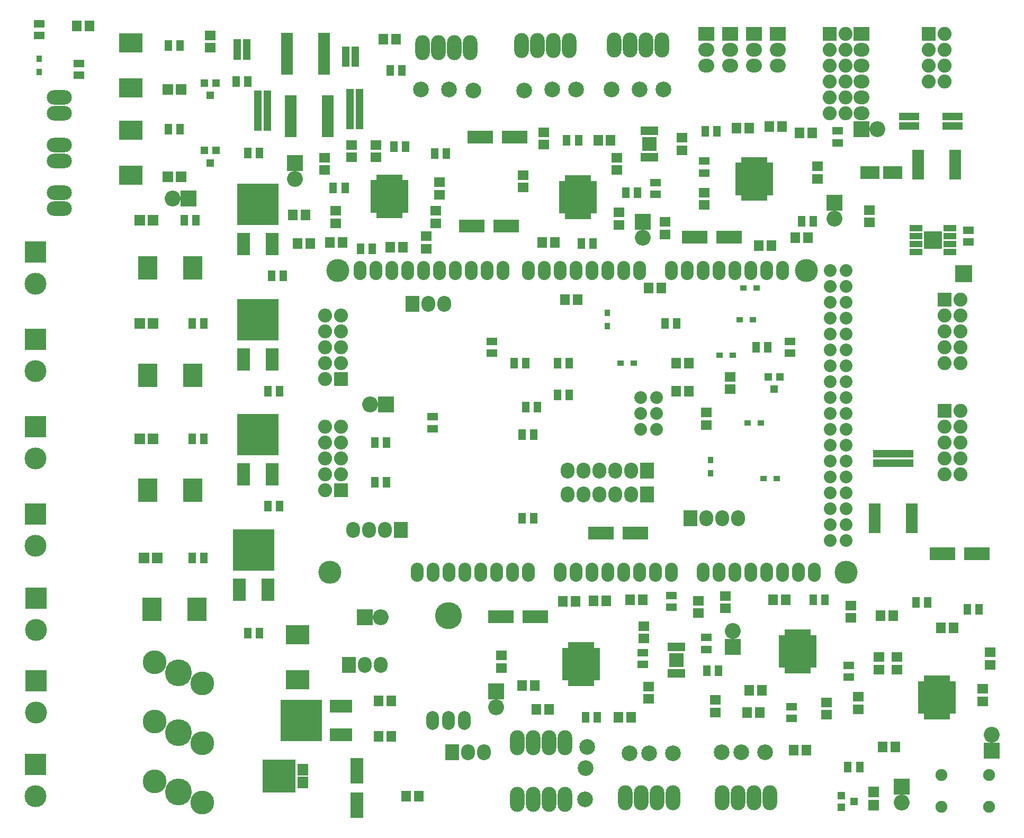
<source format=gts>
G04 #@! TF.FileFunction,Soldermask,Top*
%FSLAX46Y46*%
G04 Gerber Fmt 4.6, Leading zero omitted, Abs format (unit mm)*
G04 Created by KiCad (PCBNEW 4.0.1-stable) date Friday, April 08, 2016 'AMt' 02:22:46 AM*
%MOMM*%
G01*
G04 APERTURE LIST*
%ADD10C,0.020000*%
%ADD11R,1.508000X1.758000*%
%ADD12R,2.108200X4.107180*%
%ADD13R,1.758000X1.508000*%
%ADD14R,4.107180X2.108200*%
%ADD15R,3.108960X2.108200*%
%ADD16R,1.706880X1.706880*%
%ADD17R,1.778000X1.908000*%
%ADD18R,5.308000X5.228000*%
%ADD19R,3.708000X3.108000*%
%ADD20R,0.958000X1.098000*%
%ADD21R,3.108000X3.708000*%
%ADD22R,1.098000X0.958000*%
%ADD23C,3.810000*%
%ADD24C,4.292600*%
%ADD25R,2.235200X2.540000*%
%ADD26O,2.235200X2.540000*%
%ADD27R,2.540000X2.540000*%
%ADD28O,2.540000X2.540000*%
%ADD29R,2.235200X2.235200*%
%ADD30O,2.235200X2.235200*%
%ADD31R,2.743200X2.743200*%
%ADD32O,4.008120X2.308860*%
%ADD33O,2.308860X4.008120*%
%ADD34R,2.540000X2.235200*%
%ADD35O,2.540000X2.235200*%
%ADD36R,1.308100X1.308100*%
%ADD37R,2.159000X3.556000*%
%ADD38R,6.604000X6.604000*%
%ADD39R,1.208000X1.808000*%
%ADD40R,1.808000X1.208000*%
%ADD41R,1.270000X0.939800*%
%ADD42R,0.939800X1.270000*%
%ADD43O,2.032000X3.048000*%
%ADD44C,3.683000*%
%ADD45C,2.032000*%
%ADD46C,1.905000*%
%ADD47O,2.009140X3.007360*%
%ADD48C,4.307840*%
%ADD49R,3.556000X2.159000*%
%ADD50R,1.958000X0.958000*%
%ADD51R,1.208000X0.758000*%
%ADD52R,0.758000X1.208000*%
%ADD53R,1.408000X1.658000*%
%ADD54R,0.928000X1.398000*%
%ADD55R,1.448000X1.348000*%
%ADD56R,2.058000X1.108000*%
%ADD57R,1.683000X1.683000*%
%ADD58C,2.506980*%
%ADD59R,3.507740X3.507740*%
%ADD60C,3.507740*%
G04 APERTURE END LIST*
D10*
D11*
X127270000Y-149479000D03*
X129270000Y-149479000D03*
X122825000Y-134239000D03*
X124825000Y-134239000D03*
D12*
X119380000Y-145458180D03*
X119380000Y-150959820D03*
D11*
X122825000Y-139954000D03*
X124825000Y-139954000D03*
D13*
X95885000Y-29829000D03*
X95885000Y-27829000D03*
D11*
X76565000Y-26289000D03*
X74565000Y-26289000D03*
D13*
X161290000Y-58150000D03*
X161290000Y-56150000D03*
X132588000Y-51324000D03*
X132588000Y-53324000D03*
X193040000Y-48784000D03*
X193040000Y-50784000D03*
X171323000Y-46212000D03*
X171323000Y-44212000D03*
X149225000Y-45323000D03*
X149225000Y-43323000D03*
D14*
X143212820Y-58293000D03*
X137711180Y-58293000D03*
D13*
X168656000Y-57674000D03*
X168656000Y-59674000D03*
D11*
X150987000Y-60960000D03*
X148987000Y-60960000D03*
D14*
X178899820Y-60071000D03*
X173398180Y-60071000D03*
D11*
X191500000Y-60198000D03*
X189500000Y-60198000D03*
D13*
X122428000Y-47355000D03*
X122428000Y-45355000D03*
X145923000Y-52181000D03*
X145923000Y-50181000D03*
D11*
X180102000Y-42672000D03*
X182102000Y-42672000D03*
D13*
X174879000Y-54975000D03*
X174879000Y-52975000D03*
D11*
X159940000Y-44640500D03*
X157940000Y-44640500D03*
D13*
X130429000Y-61960000D03*
X130429000Y-59960000D03*
D11*
X187309000Y-42418000D03*
X185309000Y-42418000D03*
X183658000Y-61468000D03*
X185658000Y-61468000D03*
D13*
X131953000Y-57896000D03*
X131953000Y-55896000D03*
X114173000Y-49387000D03*
X114173000Y-47387000D03*
X160909000Y-49387000D03*
X160909000Y-47387000D03*
D11*
X111871000Y-61087000D03*
X109871000Y-61087000D03*
D14*
X139108180Y-44069000D03*
X144609820Y-44069000D03*
D11*
X126730000Y-61722000D03*
X124730000Y-61722000D03*
D13*
X118491000Y-47355000D03*
X118491000Y-45355000D03*
X115951000Y-57896000D03*
X115951000Y-55896000D03*
D11*
X109109000Y-56515000D03*
X111109000Y-56515000D03*
X117078000Y-60960000D03*
X115078000Y-60960000D03*
X148098000Y-135636000D03*
X150098000Y-135636000D03*
X192135000Y-43434000D03*
X190135000Y-43434000D03*
D13*
X201295000Y-57769000D03*
X201295000Y-55769000D03*
D11*
X154670000Y-70104000D03*
X152670000Y-70104000D03*
D13*
X179070000Y-82439000D03*
X179070000Y-84439000D03*
D11*
X170450000Y-80264000D03*
X172450000Y-80264000D03*
D13*
X175260000Y-90154000D03*
X175260000Y-88154000D03*
D11*
X170450000Y-84709000D03*
X172450000Y-84709000D03*
X154289000Y-118364000D03*
X152289000Y-118364000D03*
X166005000Y-68199000D03*
X168005000Y-68199000D03*
D15*
X205000860Y-49784000D03*
X201399140Y-49784000D03*
D13*
X176657000Y-134128000D03*
X176657000Y-136128000D03*
X194437000Y-134509000D03*
X194437000Y-136509000D03*
D14*
X163913820Y-107442000D03*
X158412180Y-107442000D03*
D13*
X178308000Y-119491000D03*
X178308000Y-117491000D03*
D11*
X145812000Y-131826000D03*
X147812000Y-131826000D03*
X161179000Y-136906000D03*
X163179000Y-136906000D03*
D13*
X165989000Y-131969000D03*
X165989000Y-133969000D03*
D14*
X142410180Y-120777000D03*
X147911820Y-120777000D03*
D13*
X199517000Y-135620000D03*
X199517000Y-133620000D03*
X198374000Y-119015000D03*
X198374000Y-121015000D03*
D11*
X184134000Y-132588000D03*
X182134000Y-132588000D03*
X187944000Y-118110000D03*
X185944000Y-118110000D03*
X183753000Y-136144000D03*
X181753000Y-136144000D03*
D13*
X165227000Y-122317000D03*
X165227000Y-124317000D03*
D11*
X165084000Y-118110000D03*
X163084000Y-118110000D03*
X157242000Y-118237000D03*
X159242000Y-118237000D03*
X203470000Y-141605000D03*
X205470000Y-141605000D03*
X125587000Y-28448000D03*
X123587000Y-28448000D03*
D13*
X173990000Y-120253000D03*
X173990000Y-118253000D03*
X219456000Y-132350000D03*
X219456000Y-134350000D03*
D14*
X213022180Y-110744000D03*
X218523820Y-110744000D03*
D11*
X203089000Y-120650000D03*
X205089000Y-120650000D03*
D13*
X205740000Y-129270000D03*
X205740000Y-127270000D03*
X220599000Y-126508000D03*
X220599000Y-128508000D03*
X202819000Y-129270000D03*
X202819000Y-127270000D03*
D11*
X214741000Y-122555000D03*
X212741000Y-122555000D03*
X191246000Y-142113000D03*
X189246000Y-142113000D03*
D13*
X142494000Y-129016000D03*
X142494000Y-127016000D03*
D16*
X201994000Y-150973020D03*
X201994000Y-148874980D03*
D17*
X110715000Y-145264000D03*
D18*
X106910000Y-146304000D03*
D17*
X110715000Y-147344000D03*
D19*
X109855000Y-123654000D03*
X109855000Y-130854000D03*
D20*
X68580000Y-31584000D03*
X68580000Y-33694000D03*
D16*
X85310980Y-111379000D03*
X87409020Y-111379000D03*
X84675980Y-92329000D03*
X86774020Y-92329000D03*
D21*
X93135000Y-100584000D03*
X85935000Y-100584000D03*
X93770000Y-119634000D03*
X86570000Y-119634000D03*
D16*
X84675980Y-57404000D03*
X86774020Y-57404000D03*
X84675980Y-73914000D03*
X86774020Y-73914000D03*
D21*
X93135000Y-82169000D03*
X85935000Y-82169000D03*
X93135000Y-65024000D03*
X85935000Y-65024000D03*
D16*
X89120980Y-50419000D03*
X91219020Y-50419000D03*
X89120980Y-36449000D03*
X91219020Y-36449000D03*
D19*
X83185000Y-43009000D03*
X83185000Y-50209000D03*
X83185000Y-29039000D03*
X83185000Y-36239000D03*
D22*
X180555000Y-73279000D03*
X182665000Y-73279000D03*
D20*
X159385000Y-74334000D03*
X159385000Y-72224000D03*
D22*
X181190000Y-68199000D03*
X183300000Y-68199000D03*
X183935000Y-89789000D03*
X181825000Y-89789000D03*
X184365000Y-98679000D03*
X186475000Y-98679000D03*
D20*
X175895000Y-97829000D03*
X175895000Y-95719000D03*
D22*
X177380000Y-78994000D03*
X179490000Y-78994000D03*
X163615000Y-80264000D03*
X161505000Y-80264000D03*
D23*
X86995000Y-128066800D03*
X94615000Y-131521200D03*
D24*
X90805000Y-129794000D03*
D23*
X86995000Y-137591800D03*
X94615000Y-141046200D03*
D24*
X90805000Y-139319000D03*
D23*
X86995000Y-147116800D03*
X94615000Y-150571200D03*
D24*
X90805000Y-148844000D03*
D25*
X128270000Y-70739000D03*
D26*
X130810000Y-70739000D03*
X133350000Y-70739000D03*
D25*
X134620000Y-142494000D03*
D26*
X137160000Y-142494000D03*
X139700000Y-142494000D03*
D25*
X118110000Y-128524000D03*
D26*
X120650000Y-128524000D03*
X123190000Y-128524000D03*
D27*
X120650000Y-120904000D03*
D28*
X123190000Y-120904000D03*
D27*
X200025000Y-42799000D03*
D28*
X202565000Y-42799000D03*
D27*
X165100000Y-57658000D03*
D28*
X165100000Y-60198000D03*
D27*
X206438000Y-148018000D03*
D28*
X206438000Y-150558000D03*
D29*
X116840000Y-82804000D03*
D30*
X114300000Y-82804000D03*
X116840000Y-80264000D03*
X114300000Y-80264000D03*
X116840000Y-77724000D03*
X114300000Y-77724000D03*
X116840000Y-75184000D03*
X114300000Y-75184000D03*
X116840000Y-72644000D03*
X114300000Y-72644000D03*
D31*
X216408000Y-65913000D03*
D32*
X71755000Y-37719000D03*
X71755000Y-40259000D03*
D33*
X153289000Y-29464000D03*
X150749000Y-29464000D03*
X148209000Y-29464000D03*
X145669000Y-29464000D03*
X168084000Y-29400500D03*
X165544000Y-29400500D03*
X163004000Y-29400500D03*
X160464000Y-29400500D03*
X137478000Y-29781500D03*
X134938000Y-29781500D03*
X132398000Y-29781500D03*
X129858000Y-29781500D03*
D25*
X165735000Y-97409000D03*
D26*
X163195000Y-97409000D03*
X160655000Y-97409000D03*
X158115000Y-97409000D03*
X155575000Y-97409000D03*
X153035000Y-97409000D03*
D25*
X165735000Y-101219000D03*
D26*
X163195000Y-101219000D03*
X160655000Y-101219000D03*
X158115000Y-101219000D03*
X155575000Y-101219000D03*
X153035000Y-101219000D03*
D25*
X172720000Y-105029000D03*
D26*
X175260000Y-105029000D03*
X177800000Y-105029000D03*
X180340000Y-105029000D03*
D25*
X126365000Y-106934000D03*
D26*
X123825000Y-106934000D03*
X121285000Y-106934000D03*
X118745000Y-106934000D03*
D29*
X213360000Y-70104000D03*
D30*
X215900000Y-70104000D03*
X213360000Y-72644000D03*
X215900000Y-72644000D03*
X213360000Y-75184000D03*
X215900000Y-75184000D03*
X213360000Y-77724000D03*
X215900000Y-77724000D03*
X213360000Y-80264000D03*
X215900000Y-80264000D03*
D29*
X213360000Y-87884000D03*
D30*
X215900000Y-87884000D03*
X213360000Y-90424000D03*
X215900000Y-90424000D03*
X213360000Y-92964000D03*
X215900000Y-92964000D03*
X213360000Y-95504000D03*
X215900000Y-95504000D03*
X213360000Y-98044000D03*
X215900000Y-98044000D03*
D34*
X200025000Y-27559000D03*
D35*
X200025000Y-30099000D03*
X200025000Y-32639000D03*
X200025000Y-35179000D03*
X200025000Y-37719000D03*
X200025000Y-40259000D03*
D29*
X194945000Y-27559000D03*
D30*
X197485000Y-27559000D03*
X194945000Y-30099000D03*
X197485000Y-30099000D03*
X194945000Y-32639000D03*
X197485000Y-32639000D03*
X194945000Y-35179000D03*
X197485000Y-35179000D03*
X194945000Y-37719000D03*
X197485000Y-37719000D03*
X194945000Y-40259000D03*
X197485000Y-40259000D03*
D32*
X71755000Y-52959000D03*
X71755000Y-55499000D03*
X71755000Y-45339000D03*
X71755000Y-47879000D03*
D29*
X210820000Y-27559000D03*
D30*
X213360000Y-27559000D03*
X210820000Y-30099000D03*
X213360000Y-30099000D03*
X210820000Y-32639000D03*
X213360000Y-32639000D03*
X210820000Y-35179000D03*
X213360000Y-35179000D03*
D33*
X162306000Y-149733000D03*
X164846000Y-149733000D03*
X167386000Y-149733000D03*
X169926000Y-149733000D03*
X145034000Y-140970000D03*
X147574000Y-140970000D03*
X150114000Y-140970000D03*
X152654000Y-140970000D03*
X177800000Y-149733000D03*
X180340000Y-149733000D03*
X182880000Y-149733000D03*
X185420000Y-149733000D03*
X145034000Y-149987000D03*
X147574000Y-149987000D03*
X150114000Y-149987000D03*
X152654000Y-149987000D03*
D29*
X116840000Y-100584000D03*
D30*
X114300000Y-100584000D03*
X116840000Y-98044000D03*
X114300000Y-98044000D03*
X116840000Y-95504000D03*
X114300000Y-95504000D03*
X116840000Y-92964000D03*
X114300000Y-92964000D03*
X116840000Y-90424000D03*
X114300000Y-90424000D03*
D27*
X195707000Y-54610000D03*
D28*
X195707000Y-57150000D03*
D27*
X109474000Y-48260000D03*
D28*
X109474000Y-50800000D03*
D27*
X179451000Y-125603000D03*
D28*
X179451000Y-123063000D03*
D27*
X141605000Y-132715000D03*
D28*
X141605000Y-135255000D03*
D27*
X220853000Y-142240000D03*
D28*
X220853000Y-139700000D03*
D36*
X196865240Y-149418000D03*
X196865240Y-151318000D03*
X198864220Y-150368000D03*
D37*
X100584000Y-116459000D03*
D38*
X102870000Y-110109000D03*
D37*
X105156000Y-116459000D03*
X101219000Y-98044000D03*
D38*
X103505000Y-91694000D03*
D37*
X105791000Y-98044000D03*
X101219000Y-79629000D03*
D38*
X103505000Y-73279000D03*
D37*
X105791000Y-79629000D03*
X101219000Y-61214000D03*
D38*
X103505000Y-54864000D03*
D37*
X105791000Y-61214000D03*
D36*
X96835000Y-46243240D03*
X94935000Y-46243240D03*
X95885000Y-48242220D03*
X96835000Y-35448240D03*
X94935000Y-35448240D03*
X95885000Y-37447220D03*
D39*
X197868000Y-144844000D03*
X199768000Y-144844000D03*
D40*
X74930000Y-34224000D03*
X74930000Y-32324000D03*
X68580000Y-25974000D03*
X68580000Y-27874000D03*
D39*
X133665000Y-46736000D03*
X131765000Y-46736000D03*
D40*
X174879000Y-49845000D03*
X174879000Y-47945000D03*
D39*
X154810000Y-44640500D03*
X152910000Y-44640500D03*
X176972000Y-43180000D03*
X175072000Y-43180000D03*
X155260000Y-61087000D03*
X157160000Y-61087000D03*
X190439000Y-57531000D03*
X192339000Y-57531000D03*
X117472000Y-52260500D03*
X115572000Y-52260500D03*
X164272000Y-52959000D03*
X162372000Y-52959000D03*
D40*
X167132000Y-53274000D03*
X167132000Y-51374000D03*
D39*
X125288000Y-45593000D03*
X127188000Y-45593000D03*
X121854000Y-61976000D03*
X119954000Y-61976000D03*
D40*
X196215000Y-43119000D03*
X196215000Y-45019000D03*
D39*
X147635000Y-105029000D03*
X145735000Y-105029000D03*
D40*
X217170000Y-58994000D03*
X217170000Y-60894000D03*
X131445000Y-88839000D03*
X131445000Y-90739000D03*
D39*
X103820000Y-123444000D03*
X101920000Y-123444000D03*
X106995000Y-103124000D03*
X105095000Y-103124000D03*
X94930000Y-111379000D03*
X93030000Y-111379000D03*
X94930000Y-92329000D03*
X93030000Y-92329000D03*
X107630000Y-66294000D03*
X105730000Y-66294000D03*
X106995000Y-84709000D03*
X105095000Y-84709000D03*
X93660000Y-57404000D03*
X91760000Y-57404000D03*
X94930000Y-73914000D03*
X93030000Y-73914000D03*
X101915000Y-35179000D03*
X100015000Y-35179000D03*
X103820000Y-46609000D03*
X101920000Y-46609000D03*
X89220000Y-42799000D03*
X91120000Y-42799000D03*
X89220000Y-29464000D03*
X91120000Y-29464000D03*
X122240000Y-99314000D03*
X124140000Y-99314000D03*
X144465000Y-80264000D03*
X146365000Y-80264000D03*
X151450000Y-85344000D03*
X153350000Y-85344000D03*
X122240000Y-92964000D03*
X124140000Y-92964000D03*
X145735000Y-91694000D03*
X147635000Y-91694000D03*
X146370000Y-87249000D03*
X148270000Y-87249000D03*
X168595000Y-73914000D03*
X170495000Y-73914000D03*
X151450000Y-80264000D03*
X153350000Y-80264000D03*
D40*
X140970000Y-78674000D03*
X140970000Y-76774000D03*
D39*
X183200000Y-77724000D03*
X185100000Y-77724000D03*
D40*
X188595000Y-76774000D03*
X188595000Y-78674000D03*
X197993000Y-130490000D03*
X197993000Y-128590000D03*
X165100000Y-128458000D03*
X165100000Y-126558000D03*
X188849000Y-135194000D03*
X188849000Y-137094000D03*
D39*
X192344000Y-118110000D03*
X194244000Y-118110000D03*
X155895000Y-136906000D03*
X157795000Y-136906000D03*
D40*
X169672000Y-119314000D03*
X169672000Y-117414000D03*
D39*
X218882000Y-119634000D03*
X216982000Y-119634000D03*
D40*
X175260000Y-126045000D03*
X175260000Y-124145000D03*
D39*
X177226000Y-129413000D03*
X175326000Y-129413000D03*
X126553000Y-33401000D03*
X124653000Y-33401000D03*
X210627000Y-118491000D03*
X208727000Y-118491000D03*
D41*
X117602000Y-30843220D03*
X119126000Y-30843220D03*
X117602000Y-31640780D03*
X119126000Y-31640780D03*
X117602000Y-30043120D03*
X117602000Y-32440880D03*
X119126000Y-32440880D03*
X119126000Y-30043120D03*
X101727000Y-30497780D03*
X100203000Y-30497780D03*
X101727000Y-29700220D03*
X100203000Y-29700220D03*
X101727000Y-31297880D03*
X101727000Y-28900120D03*
X100203000Y-28900120D03*
X100203000Y-31297880D03*
D42*
X205503780Y-94742000D03*
X205503780Y-96266000D03*
X204706220Y-94742000D03*
X204706220Y-96266000D03*
X206303880Y-94742000D03*
X203906120Y-94742000D03*
X203906120Y-96266000D03*
X206303880Y-96266000D03*
X203106020Y-94742000D03*
X202305920Y-94742000D03*
X207904080Y-94742000D03*
X207103980Y-94742000D03*
X207103980Y-96266000D03*
X207904080Y-96266000D03*
X202305920Y-96266000D03*
X203106020Y-96266000D03*
X207246220Y-42291000D03*
X207246220Y-40767000D03*
X208043780Y-42291000D03*
X208043780Y-40767000D03*
X206446120Y-42291000D03*
X208843880Y-42291000D03*
X208843880Y-40767000D03*
X206446120Y-40767000D03*
X214231220Y-42291000D03*
X214231220Y-40767000D03*
X215028780Y-42291000D03*
X215028780Y-40767000D03*
X213431120Y-42291000D03*
X215828880Y-42291000D03*
X215828880Y-40767000D03*
X213431120Y-40767000D03*
D43*
X169672000Y-65405000D03*
X172212000Y-65405000D03*
X174752000Y-65405000D03*
X177292000Y-65405000D03*
X179832000Y-65405000D03*
X182372000Y-65405000D03*
X184912000Y-65405000D03*
X187452000Y-65405000D03*
X192532000Y-113665000D03*
X189992000Y-113665000D03*
X187452000Y-113665000D03*
X184912000Y-113665000D03*
X174752000Y-113665000D03*
X169672000Y-113665000D03*
X167132000Y-113665000D03*
X177292000Y-113665000D03*
X179832000Y-113665000D03*
X182372000Y-113665000D03*
X164592000Y-113665000D03*
X162052000Y-113665000D03*
X159512000Y-113665000D03*
X151892000Y-113665000D03*
X154432000Y-113665000D03*
X156972000Y-113665000D03*
X146812000Y-113665000D03*
X144272000Y-113665000D03*
X141732000Y-113665000D03*
X136652000Y-113665000D03*
X134112000Y-113665000D03*
X164592000Y-65405000D03*
X162052000Y-65405000D03*
X159512000Y-65405000D03*
X156972000Y-65405000D03*
X154432000Y-65405000D03*
X151892000Y-65405000D03*
X149352000Y-65405000D03*
X146812000Y-65405000D03*
X142748000Y-65405000D03*
X140208000Y-65405000D03*
X137668000Y-65405000D03*
X135128000Y-65405000D03*
X132588000Y-65405000D03*
X130048000Y-65405000D03*
X127508000Y-65405000D03*
X124968000Y-65405000D03*
X139192000Y-113665000D03*
D44*
X197612000Y-113665000D03*
X116332000Y-65405000D03*
X115062000Y-113665000D03*
D45*
X195072000Y-67945000D03*
X197612000Y-67945000D03*
X195072000Y-70485000D03*
X197612000Y-70485000D03*
X195072000Y-73025000D03*
X197612000Y-73025000D03*
X195072000Y-75565000D03*
X197612000Y-75565000D03*
X195072000Y-65405000D03*
X197612000Y-65405000D03*
X197612000Y-78105000D03*
X195072000Y-78105000D03*
X195072000Y-80645000D03*
X197612000Y-80645000D03*
X195072000Y-83185000D03*
X197612000Y-83185000D03*
X195072000Y-85725000D03*
X197612000Y-85725000D03*
X195072000Y-88265000D03*
X197612000Y-88265000D03*
X195072000Y-90805000D03*
X197612000Y-90805000D03*
X195072000Y-93345000D03*
X197612000Y-93345000D03*
X195072000Y-95885000D03*
X197612000Y-95885000D03*
X195072000Y-98425000D03*
X197612000Y-98425000D03*
X195072000Y-100965000D03*
X197612000Y-100965000D03*
X195072000Y-103505000D03*
X197612000Y-103505000D03*
X195072000Y-106045000D03*
X197612000Y-106045000D03*
X195072000Y-108585000D03*
X197612000Y-108585000D03*
D43*
X122428000Y-65405000D03*
X119888000Y-65405000D03*
X131572000Y-113665000D03*
X129032000Y-113665000D03*
D44*
X191262000Y-65405000D03*
D45*
X164719000Y-90805000D03*
X164719000Y-88265000D03*
X164719000Y-85725000D03*
X167259000Y-90805000D03*
X167259000Y-88265000D03*
X167259000Y-85725000D03*
D46*
X220408000Y-146114000D03*
X220408000Y-151194000D03*
X212788000Y-146114000D03*
X212788000Y-151194000D03*
D47*
X133985000Y-137414000D03*
X131445000Y-137414000D03*
X136525000Y-137414000D03*
D48*
X133985000Y-120650000D03*
D49*
X116840000Y-139700000D03*
D38*
X110490000Y-137414000D03*
D49*
X116840000Y-135128000D03*
D50*
X108175000Y-27809000D03*
X108175000Y-28459000D03*
X108175000Y-29109000D03*
X108175000Y-29759000D03*
X108175000Y-30409000D03*
X108175000Y-31059000D03*
X108175000Y-31709000D03*
X108175000Y-32359000D03*
X108175000Y-33009000D03*
X108175000Y-33659000D03*
X114075000Y-33659000D03*
X114075000Y-33009000D03*
X114075000Y-32359000D03*
X114075000Y-31709000D03*
X114075000Y-31059000D03*
X114075000Y-30409000D03*
X114075000Y-29759000D03*
X114075000Y-29109000D03*
X114075000Y-28459000D03*
X114075000Y-27809000D03*
D51*
X157086000Y-55971000D03*
X157086000Y-55471000D03*
X157086000Y-54971000D03*
X157086000Y-54471000D03*
X157086000Y-53971000D03*
X157086000Y-53471000D03*
X157086000Y-52971000D03*
X157086000Y-52471000D03*
X157086000Y-51971000D03*
X157086000Y-51471000D03*
D52*
X156436000Y-50821000D03*
X155936000Y-50821000D03*
X155436000Y-50821000D03*
X154936000Y-50821000D03*
X154436000Y-50821000D03*
X153936000Y-50821000D03*
X153436000Y-50821000D03*
X152936000Y-50821000D03*
D51*
X152286000Y-51471000D03*
X152286000Y-51971000D03*
X152286000Y-52471000D03*
X152286000Y-52971000D03*
X152286000Y-53471000D03*
X152286000Y-53971000D03*
X152286000Y-54471000D03*
X152286000Y-54971000D03*
X152286000Y-55471000D03*
X152286000Y-55971000D03*
D52*
X152936000Y-56621000D03*
X153436000Y-56621000D03*
X153936000Y-56621000D03*
X154436000Y-56621000D03*
X154936000Y-56621000D03*
X155436000Y-56621000D03*
X155936000Y-56621000D03*
X156436000Y-56621000D03*
D53*
X153336000Y-51996000D03*
X153336000Y-53146000D03*
X153336000Y-54296000D03*
X153336000Y-55446000D03*
X154236000Y-51996000D03*
X154236000Y-53146000D03*
X154236000Y-54296000D03*
X154236000Y-55446000D03*
X155136000Y-51996000D03*
X155136000Y-53146000D03*
X155136000Y-54296000D03*
X155136000Y-55446000D03*
X156036000Y-51996000D03*
X156036000Y-53146000D03*
X156036000Y-54296000D03*
X156036000Y-55446000D03*
D51*
X185280000Y-53050000D03*
X185280000Y-52550000D03*
X185280000Y-52050000D03*
X185280000Y-51550000D03*
X185280000Y-51050000D03*
X185280000Y-50550000D03*
X185280000Y-50050000D03*
X185280000Y-49550000D03*
X185280000Y-49050000D03*
X185280000Y-48550000D03*
D52*
X184630000Y-47900000D03*
X184130000Y-47900000D03*
X183630000Y-47900000D03*
X183130000Y-47900000D03*
X182630000Y-47900000D03*
X182130000Y-47900000D03*
X181630000Y-47900000D03*
X181130000Y-47900000D03*
D51*
X180480000Y-48550000D03*
X180480000Y-49050000D03*
X180480000Y-49550000D03*
X180480000Y-50050000D03*
X180480000Y-50550000D03*
X180480000Y-51050000D03*
X180480000Y-51550000D03*
X180480000Y-52050000D03*
X180480000Y-52550000D03*
X180480000Y-53050000D03*
D52*
X181130000Y-53700000D03*
X181630000Y-53700000D03*
X182130000Y-53700000D03*
X182630000Y-53700000D03*
X183130000Y-53700000D03*
X183630000Y-53700000D03*
X184130000Y-53700000D03*
X184630000Y-53700000D03*
D53*
X181530000Y-49075000D03*
X181530000Y-50225000D03*
X181530000Y-51375000D03*
X181530000Y-52525000D03*
X182430000Y-49075000D03*
X182430000Y-50225000D03*
X182430000Y-51375000D03*
X182430000Y-52525000D03*
X183330000Y-49075000D03*
X183330000Y-50225000D03*
X183330000Y-51375000D03*
X183330000Y-52525000D03*
X184230000Y-49075000D03*
X184230000Y-50225000D03*
X184230000Y-51375000D03*
X184230000Y-52525000D03*
D54*
X165141000Y-47317000D03*
X165791000Y-47317000D03*
X166441000Y-47317000D03*
X167091000Y-47317000D03*
X167091000Y-43107000D03*
X166441000Y-43107000D03*
X165791000Y-43107000D03*
X165141000Y-43107000D03*
D55*
X166586000Y-44792000D03*
X165646000Y-44792000D03*
X166586000Y-45632000D03*
X165646000Y-45632000D03*
D51*
X126987000Y-55844000D03*
X126987000Y-55344000D03*
X126987000Y-54844000D03*
X126987000Y-54344000D03*
X126987000Y-53844000D03*
X126987000Y-53344000D03*
X126987000Y-52844000D03*
X126987000Y-52344000D03*
X126987000Y-51844000D03*
X126987000Y-51344000D03*
D52*
X126337000Y-50694000D03*
X125837000Y-50694000D03*
X125337000Y-50694000D03*
X124837000Y-50694000D03*
X124337000Y-50694000D03*
X123837000Y-50694000D03*
X123337000Y-50694000D03*
X122837000Y-50694000D03*
D51*
X122187000Y-51344000D03*
X122187000Y-51844000D03*
X122187000Y-52344000D03*
X122187000Y-52844000D03*
X122187000Y-53344000D03*
X122187000Y-53844000D03*
X122187000Y-54344000D03*
X122187000Y-54844000D03*
X122187000Y-55344000D03*
X122187000Y-55844000D03*
D52*
X122837000Y-56494000D03*
X123337000Y-56494000D03*
X123837000Y-56494000D03*
X124337000Y-56494000D03*
X124837000Y-56494000D03*
X125337000Y-56494000D03*
X125837000Y-56494000D03*
X126337000Y-56494000D03*
D53*
X123237000Y-51869000D03*
X123237000Y-53019000D03*
X123237000Y-54169000D03*
X123237000Y-55319000D03*
X124137000Y-51869000D03*
X124137000Y-53019000D03*
X124137000Y-54169000D03*
X124137000Y-55319000D03*
X125037000Y-51869000D03*
X125037000Y-53019000D03*
X125037000Y-54169000D03*
X125037000Y-55319000D03*
X125937000Y-51869000D03*
X125937000Y-53019000D03*
X125937000Y-54169000D03*
X125937000Y-55319000D03*
D56*
X208755000Y-58674000D03*
X208755000Y-59944000D03*
X208755000Y-61214000D03*
X208755000Y-62484000D03*
X214155000Y-62484000D03*
X214155000Y-61214000D03*
X214155000Y-59944000D03*
X214155000Y-58674000D03*
D57*
X212042500Y-61166500D03*
X212042500Y-59991500D03*
X210867500Y-61166500D03*
X210867500Y-59991500D03*
D50*
X202155000Y-103079000D03*
X202155000Y-103729000D03*
X202155000Y-104379000D03*
X202155000Y-105029000D03*
X202155000Y-105679000D03*
X202155000Y-106329000D03*
X202155000Y-106979000D03*
X208055000Y-106979000D03*
X208055000Y-106329000D03*
X208055000Y-105679000D03*
X208055000Y-105029000D03*
X208055000Y-104379000D03*
X208055000Y-103729000D03*
X208055000Y-103079000D03*
X209140000Y-46564000D03*
X209140000Y-47214000D03*
X209140000Y-47864000D03*
X209140000Y-48514000D03*
X209140000Y-49164000D03*
X209140000Y-49814000D03*
X209140000Y-50464000D03*
X215040000Y-50464000D03*
X215040000Y-49814000D03*
X215040000Y-49164000D03*
X215040000Y-48514000D03*
X215040000Y-47864000D03*
X215040000Y-47214000D03*
X215040000Y-46564000D03*
D36*
X187005000Y-82438240D03*
X185105000Y-82438240D03*
X186055000Y-84437220D03*
D51*
X187465000Y-124115000D03*
X187465000Y-124615000D03*
X187465000Y-125115000D03*
X187465000Y-125615000D03*
X187465000Y-126115000D03*
X187465000Y-126615000D03*
X187465000Y-127115000D03*
X187465000Y-127615000D03*
X187465000Y-128115000D03*
X187465000Y-128615000D03*
D52*
X188115000Y-129265000D03*
X188615000Y-129265000D03*
X189115000Y-129265000D03*
X189615000Y-129265000D03*
X190115000Y-129265000D03*
X190615000Y-129265000D03*
X191115000Y-129265000D03*
X191615000Y-129265000D03*
D51*
X192265000Y-128615000D03*
X192265000Y-128115000D03*
X192265000Y-127615000D03*
X192265000Y-127115000D03*
X192265000Y-126615000D03*
X192265000Y-126115000D03*
X192265000Y-125615000D03*
X192265000Y-125115000D03*
X192265000Y-124615000D03*
X192265000Y-124115000D03*
D52*
X191615000Y-123465000D03*
X191115000Y-123465000D03*
X190615000Y-123465000D03*
X190115000Y-123465000D03*
X189615000Y-123465000D03*
X189115000Y-123465000D03*
X188615000Y-123465000D03*
X188115000Y-123465000D03*
D53*
X191215000Y-128090000D03*
X191215000Y-126940000D03*
X191215000Y-125790000D03*
X191215000Y-124640000D03*
X190315000Y-128090000D03*
X190315000Y-126940000D03*
X190315000Y-125790000D03*
X190315000Y-124640000D03*
X189415000Y-128090000D03*
X189415000Y-126940000D03*
X189415000Y-125790000D03*
X189415000Y-124640000D03*
X188515000Y-128090000D03*
X188515000Y-126940000D03*
X188515000Y-125790000D03*
X188515000Y-124640000D03*
D51*
X152794000Y-126147000D03*
X152794000Y-126647000D03*
X152794000Y-127147000D03*
X152794000Y-127647000D03*
X152794000Y-128147000D03*
X152794000Y-128647000D03*
X152794000Y-129147000D03*
X152794000Y-129647000D03*
X152794000Y-130147000D03*
X152794000Y-130647000D03*
D52*
X153444000Y-131297000D03*
X153944000Y-131297000D03*
X154444000Y-131297000D03*
X154944000Y-131297000D03*
X155444000Y-131297000D03*
X155944000Y-131297000D03*
X156444000Y-131297000D03*
X156944000Y-131297000D03*
D51*
X157594000Y-130647000D03*
X157594000Y-130147000D03*
X157594000Y-129647000D03*
X157594000Y-129147000D03*
X157594000Y-128647000D03*
X157594000Y-128147000D03*
X157594000Y-127647000D03*
X157594000Y-127147000D03*
X157594000Y-126647000D03*
X157594000Y-126147000D03*
D52*
X156944000Y-125497000D03*
X156444000Y-125497000D03*
X155944000Y-125497000D03*
X155444000Y-125497000D03*
X154944000Y-125497000D03*
X154444000Y-125497000D03*
X153944000Y-125497000D03*
X153444000Y-125497000D03*
D53*
X156544000Y-130122000D03*
X156544000Y-128972000D03*
X156544000Y-127822000D03*
X156544000Y-126672000D03*
X155644000Y-130122000D03*
X155644000Y-128972000D03*
X155644000Y-127822000D03*
X155644000Y-126672000D03*
X154744000Y-130122000D03*
X154744000Y-128972000D03*
X154744000Y-127822000D03*
X154744000Y-126672000D03*
X153844000Y-130122000D03*
X153844000Y-128972000D03*
X153844000Y-127822000D03*
X153844000Y-126672000D03*
D54*
X171409000Y-125657000D03*
X170759000Y-125657000D03*
X170109000Y-125657000D03*
X169459000Y-125657000D03*
X169459000Y-129867000D03*
X170109000Y-129867000D03*
X170759000Y-129867000D03*
X171409000Y-129867000D03*
D55*
X169964000Y-128182000D03*
X170904000Y-128182000D03*
X169964000Y-127342000D03*
X170904000Y-127342000D03*
D51*
X209690000Y-131481000D03*
X209690000Y-131981000D03*
X209690000Y-132481000D03*
X209690000Y-132981000D03*
X209690000Y-133481000D03*
X209690000Y-133981000D03*
X209690000Y-134481000D03*
X209690000Y-134981000D03*
X209690000Y-135481000D03*
X209690000Y-135981000D03*
D52*
X210340000Y-136631000D03*
X210840000Y-136631000D03*
X211340000Y-136631000D03*
X211840000Y-136631000D03*
X212340000Y-136631000D03*
X212840000Y-136631000D03*
X213340000Y-136631000D03*
X213840000Y-136631000D03*
D51*
X214490000Y-135981000D03*
X214490000Y-135481000D03*
X214490000Y-134981000D03*
X214490000Y-134481000D03*
X214490000Y-133981000D03*
X214490000Y-133481000D03*
X214490000Y-132981000D03*
X214490000Y-132481000D03*
X214490000Y-131981000D03*
X214490000Y-131481000D03*
D52*
X213840000Y-130831000D03*
X213340000Y-130831000D03*
X212840000Y-130831000D03*
X212340000Y-130831000D03*
X211840000Y-130831000D03*
X211340000Y-130831000D03*
X210840000Y-130831000D03*
X210340000Y-130831000D03*
D53*
X213440000Y-135456000D03*
X213440000Y-134306000D03*
X213440000Y-133156000D03*
X213440000Y-132006000D03*
X212540000Y-135456000D03*
X212540000Y-134306000D03*
X212540000Y-133156000D03*
X212540000Y-132006000D03*
X211640000Y-135456000D03*
X211640000Y-134306000D03*
X211640000Y-133156000D03*
X211640000Y-132006000D03*
X210740000Y-135456000D03*
X210740000Y-134306000D03*
X210740000Y-133156000D03*
X210740000Y-132006000D03*
D58*
X146114000Y-36639500D03*
X160084000Y-36512500D03*
X129604000Y-36512500D03*
X169926000Y-142621000D03*
X155829000Y-149987000D03*
X184658000Y-142494000D03*
X150558000Y-36512500D03*
X154368000Y-36512500D03*
X164528000Y-36512500D03*
X168338000Y-36512500D03*
X134048000Y-36512500D03*
X137986000Y-36639500D03*
X180848000Y-142494000D03*
X177673000Y-142494000D03*
X166116000Y-142621000D03*
X162941000Y-142621000D03*
X156210000Y-141605000D03*
D59*
X67945000Y-144399000D03*
D60*
X67945000Y-149479000D03*
D59*
X68072000Y-117856000D03*
D60*
X68072000Y-122936000D03*
D59*
X68072000Y-131064000D03*
D60*
X68072000Y-136144000D03*
D59*
X67945000Y-104394000D03*
D60*
X67945000Y-109474000D03*
D59*
X67945000Y-76454000D03*
D60*
X67945000Y-81534000D03*
D59*
X67945000Y-62484000D03*
D60*
X67945000Y-67564000D03*
D59*
X67945000Y-90424000D03*
D60*
X67945000Y-95504000D03*
D50*
X108810000Y-37842000D03*
X108810000Y-38492000D03*
X108810000Y-39142000D03*
X108810000Y-39792000D03*
X108810000Y-40442000D03*
X108810000Y-41092000D03*
X108810000Y-41742000D03*
X108810000Y-42392000D03*
X108810000Y-43042000D03*
X108810000Y-43692000D03*
X114710000Y-43692000D03*
X114710000Y-43042000D03*
X114710000Y-42392000D03*
X114710000Y-41742000D03*
X114710000Y-41092000D03*
X114710000Y-40442000D03*
X114710000Y-39792000D03*
X114710000Y-39142000D03*
X114710000Y-38492000D03*
X114710000Y-37842000D03*
D41*
X105029000Y-40276780D03*
X103505000Y-40276780D03*
X105029000Y-39479220D03*
X103505000Y-39479220D03*
X105029000Y-41076880D03*
X105029000Y-38679120D03*
X103505000Y-38679120D03*
X103505000Y-41076880D03*
X105029000Y-37879020D03*
X105029000Y-37078920D03*
X105029000Y-42677080D03*
X105029000Y-41876980D03*
X103505000Y-41876980D03*
X103505000Y-42677080D03*
X103505000Y-37078920D03*
X103505000Y-37879020D03*
X118237000Y-39225220D03*
X119761000Y-39225220D03*
X118237000Y-40022780D03*
X119761000Y-40022780D03*
X118237000Y-38425120D03*
X118237000Y-40822880D03*
X119761000Y-40822880D03*
X119761000Y-38425120D03*
X118237000Y-41622980D03*
X118237000Y-42423080D03*
X118237000Y-36824920D03*
X118237000Y-37625020D03*
X119761000Y-37625020D03*
X119761000Y-36824920D03*
X119761000Y-42423080D03*
X119761000Y-41622980D03*
D58*
X155956000Y-145034000D03*
D27*
X92392500Y-53911500D03*
D28*
X89852500Y-53911500D03*
D27*
X124015500Y-86868000D03*
D28*
X121475500Y-86868000D03*
D34*
X175260000Y-27559000D03*
D35*
X175260000Y-30099000D03*
X175260000Y-32639000D03*
D34*
X179070000Y-27559000D03*
D35*
X179070000Y-30099000D03*
X179070000Y-32639000D03*
D34*
X182880000Y-27559000D03*
D35*
X182880000Y-30099000D03*
X182880000Y-32639000D03*
D34*
X186690000Y-27559000D03*
D35*
X186690000Y-30099000D03*
X186690000Y-32639000D03*
M02*

</source>
